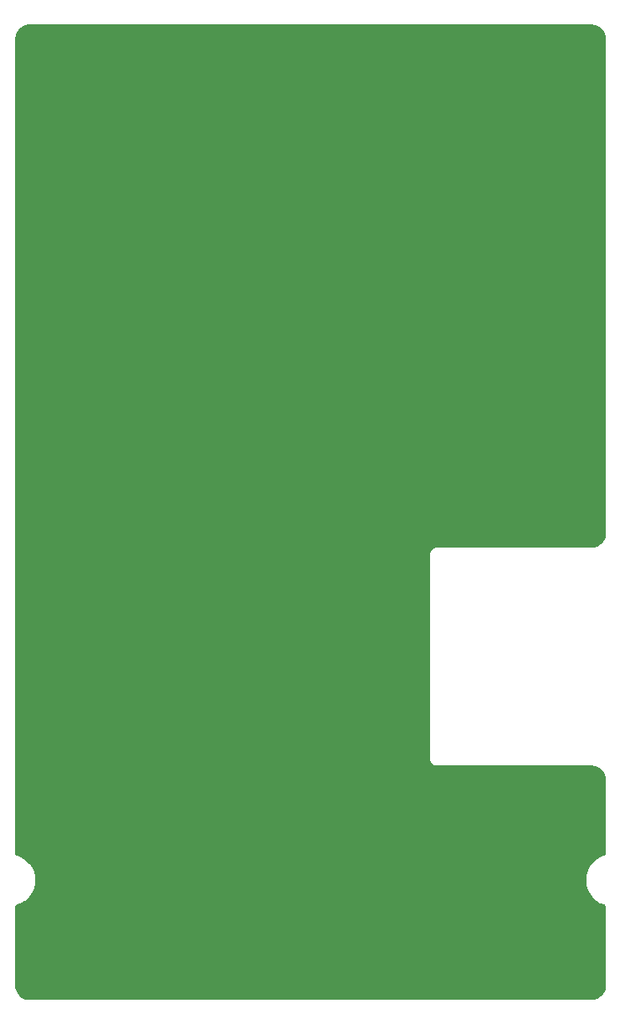
<source format=gbr>
G04 #@! TF.GenerationSoftware,KiCad,Pcbnew,(5.0.0)*
G04 #@! TF.CreationDate,2019-03-03T18:18:34-06:00*
G04 #@! TF.ProjectId,ValkyrieBoard_HalfBooster,56616C6B79726965426F6172645F4861,rev?*
G04 #@! TF.SameCoordinates,Original*
G04 #@! TF.FileFunction,Copper,L1,Top,Signal*
G04 #@! TF.FilePolarity,Positive*
%FSLAX46Y46*%
G04 Gerber Fmt 4.6, Leading zero omitted, Abs format (unit mm)*
G04 Created by KiCad (PCBNEW (5.0.0)) date 03/03/19 18:18:34*
%MOMM*%
%LPD*%
G01*
G04 APERTURE LIST*
G04 #@! TA.AperFunction,ViaPad*
%ADD10C,0.800000*%
G04 #@! TD*
G04 #@! TA.AperFunction,Conductor*
%ADD11C,0.254000*%
G04 #@! TD*
G04 APERTURE END LIST*
D10*
G04 #@! TO.N,Net-(U1-PadGND)*
X123190000Y-88900000D03*
G04 #@! TD*
D11*
G04 #@! TO.N,Net-(U1-PadGND)*
G36*
X178677009Y-17788090D02*
X179016352Y-17942381D01*
X179298752Y-18185712D01*
X179501506Y-18498523D01*
X179615348Y-18879184D01*
X179630001Y-19076363D01*
X179630000Y-69037419D01*
X179569910Y-69457009D01*
X179415619Y-69796352D01*
X179172288Y-70078752D01*
X178859479Y-70281506D01*
X178478815Y-70395348D01*
X178281649Y-70410000D01*
X162629926Y-70410000D01*
X162560000Y-70396091D01*
X162490075Y-70410000D01*
X162490074Y-70410000D01*
X162282972Y-70451195D01*
X162048119Y-70608119D01*
X161891195Y-70842972D01*
X161836091Y-71120000D01*
X161850001Y-71189931D01*
X161850000Y-91878074D01*
X161836091Y-91948000D01*
X161891195Y-92225028D01*
X162048119Y-92459881D01*
X162282972Y-92616805D01*
X162442571Y-92648551D01*
X162560000Y-92671909D01*
X162629925Y-92658000D01*
X178257419Y-92658000D01*
X178677009Y-92718090D01*
X179016352Y-92872381D01*
X179298752Y-93115712D01*
X179501506Y-93428523D01*
X179615348Y-93809184D01*
X179630001Y-94006363D01*
X179630000Y-101497281D01*
X179544491Y-101523423D01*
X179452033Y-101550460D01*
X179444159Y-101554098D01*
X178922644Y-101798948D01*
X178842075Y-101851872D01*
X178760927Y-101903768D01*
X178754390Y-101909470D01*
X178322558Y-102290851D01*
X178260096Y-102364244D01*
X178196760Y-102436847D01*
X178192087Y-102444154D01*
X177884654Y-102931407D01*
X177845298Y-103019387D01*
X177804889Y-103106840D01*
X177802457Y-103115160D01*
X177802454Y-103115166D01*
X177802453Y-103115173D01*
X177644134Y-103669118D01*
X177631056Y-103764586D01*
X177616813Y-103859890D01*
X177616813Y-103868564D01*
X177620333Y-104444687D01*
X177634588Y-104540068D01*
X177647654Y-104635455D01*
X177650088Y-104643781D01*
X177815164Y-105195758D01*
X177855591Y-105283250D01*
X177894930Y-105371194D01*
X177899603Y-105378501D01*
X178212966Y-105861961D01*
X178276328Y-105934594D01*
X178338763Y-106007955D01*
X178345296Y-106013654D01*
X178345300Y-106013658D01*
X178345305Y-106013661D01*
X178781759Y-106389734D01*
X178862942Y-106441653D01*
X178943475Y-106494554D01*
X178951346Y-106498190D01*
X178951349Y-106498192D01*
X178951352Y-106498193D01*
X179475817Y-106736653D01*
X179568309Y-106763700D01*
X179630001Y-106782561D01*
X179630000Y-114757418D01*
X179569910Y-115177009D01*
X179415619Y-115516352D01*
X179172288Y-115798752D01*
X178859479Y-116001506D01*
X178478815Y-116115348D01*
X178281649Y-116130000D01*
X121462581Y-116130000D01*
X121042991Y-116069910D01*
X120703648Y-115915619D01*
X120421248Y-115672288D01*
X120218494Y-115359479D01*
X120104652Y-114978815D01*
X120090000Y-114781649D01*
X120090000Y-106782719D01*
X120175509Y-106756577D01*
X120267967Y-106729540D01*
X120275841Y-106725902D01*
X120797356Y-106481052D01*
X120877925Y-106428128D01*
X120959073Y-106376232D01*
X120965610Y-106370530D01*
X121397442Y-105989149D01*
X121459887Y-105915776D01*
X121523240Y-105843153D01*
X121527913Y-105835846D01*
X121835346Y-105348593D01*
X121874687Y-105260645D01*
X121915111Y-105173160D01*
X121917545Y-105164835D01*
X122075866Y-104610882D01*
X122088943Y-104515421D01*
X122103187Y-104420111D01*
X122103187Y-104411436D01*
X122099667Y-103835313D01*
X122085414Y-103739943D01*
X122072346Y-103644544D01*
X122069912Y-103636219D01*
X121904836Y-103084241D01*
X121864418Y-102996769D01*
X121825071Y-102908806D01*
X121820397Y-102901499D01*
X121507034Y-102418040D01*
X121443707Y-102345447D01*
X121381237Y-102272045D01*
X121374700Y-102266343D01*
X120938241Y-101890266D01*
X120857058Y-101838347D01*
X120776525Y-101785446D01*
X120768654Y-101781810D01*
X120768651Y-101781808D01*
X120768648Y-101781807D01*
X120244183Y-101543347D01*
X120151691Y-101516300D01*
X120090000Y-101497439D01*
X120090000Y-19100581D01*
X120150090Y-18680991D01*
X120304381Y-18341648D01*
X120547712Y-18059248D01*
X120860523Y-17856494D01*
X121241184Y-17742652D01*
X121438350Y-17728000D01*
X178257419Y-17728000D01*
X178677009Y-17788090D01*
X178677009Y-17788090D01*
G37*
X178677009Y-17788090D02*
X179016352Y-17942381D01*
X179298752Y-18185712D01*
X179501506Y-18498523D01*
X179615348Y-18879184D01*
X179630001Y-19076363D01*
X179630000Y-69037419D01*
X179569910Y-69457009D01*
X179415619Y-69796352D01*
X179172288Y-70078752D01*
X178859479Y-70281506D01*
X178478815Y-70395348D01*
X178281649Y-70410000D01*
X162629926Y-70410000D01*
X162560000Y-70396091D01*
X162490075Y-70410000D01*
X162490074Y-70410000D01*
X162282972Y-70451195D01*
X162048119Y-70608119D01*
X161891195Y-70842972D01*
X161836091Y-71120000D01*
X161850001Y-71189931D01*
X161850000Y-91878074D01*
X161836091Y-91948000D01*
X161891195Y-92225028D01*
X162048119Y-92459881D01*
X162282972Y-92616805D01*
X162442571Y-92648551D01*
X162560000Y-92671909D01*
X162629925Y-92658000D01*
X178257419Y-92658000D01*
X178677009Y-92718090D01*
X179016352Y-92872381D01*
X179298752Y-93115712D01*
X179501506Y-93428523D01*
X179615348Y-93809184D01*
X179630001Y-94006363D01*
X179630000Y-101497281D01*
X179544491Y-101523423D01*
X179452033Y-101550460D01*
X179444159Y-101554098D01*
X178922644Y-101798948D01*
X178842075Y-101851872D01*
X178760927Y-101903768D01*
X178754390Y-101909470D01*
X178322558Y-102290851D01*
X178260096Y-102364244D01*
X178196760Y-102436847D01*
X178192087Y-102444154D01*
X177884654Y-102931407D01*
X177845298Y-103019387D01*
X177804889Y-103106840D01*
X177802457Y-103115160D01*
X177802454Y-103115166D01*
X177802453Y-103115173D01*
X177644134Y-103669118D01*
X177631056Y-103764586D01*
X177616813Y-103859890D01*
X177616813Y-103868564D01*
X177620333Y-104444687D01*
X177634588Y-104540068D01*
X177647654Y-104635455D01*
X177650088Y-104643781D01*
X177815164Y-105195758D01*
X177855591Y-105283250D01*
X177894930Y-105371194D01*
X177899603Y-105378501D01*
X178212966Y-105861961D01*
X178276328Y-105934594D01*
X178338763Y-106007955D01*
X178345296Y-106013654D01*
X178345300Y-106013658D01*
X178345305Y-106013661D01*
X178781759Y-106389734D01*
X178862942Y-106441653D01*
X178943475Y-106494554D01*
X178951346Y-106498190D01*
X178951349Y-106498192D01*
X178951352Y-106498193D01*
X179475817Y-106736653D01*
X179568309Y-106763700D01*
X179630001Y-106782561D01*
X179630000Y-114757418D01*
X179569910Y-115177009D01*
X179415619Y-115516352D01*
X179172288Y-115798752D01*
X178859479Y-116001506D01*
X178478815Y-116115348D01*
X178281649Y-116130000D01*
X121462581Y-116130000D01*
X121042991Y-116069910D01*
X120703648Y-115915619D01*
X120421248Y-115672288D01*
X120218494Y-115359479D01*
X120104652Y-114978815D01*
X120090000Y-114781649D01*
X120090000Y-106782719D01*
X120175509Y-106756577D01*
X120267967Y-106729540D01*
X120275841Y-106725902D01*
X120797356Y-106481052D01*
X120877925Y-106428128D01*
X120959073Y-106376232D01*
X120965610Y-106370530D01*
X121397442Y-105989149D01*
X121459887Y-105915776D01*
X121523240Y-105843153D01*
X121527913Y-105835846D01*
X121835346Y-105348593D01*
X121874687Y-105260645D01*
X121915111Y-105173160D01*
X121917545Y-105164835D01*
X122075866Y-104610882D01*
X122088943Y-104515421D01*
X122103187Y-104420111D01*
X122103187Y-104411436D01*
X122099667Y-103835313D01*
X122085414Y-103739943D01*
X122072346Y-103644544D01*
X122069912Y-103636219D01*
X121904836Y-103084241D01*
X121864418Y-102996769D01*
X121825071Y-102908806D01*
X121820397Y-102901499D01*
X121507034Y-102418040D01*
X121443707Y-102345447D01*
X121381237Y-102272045D01*
X121374700Y-102266343D01*
X120938241Y-101890266D01*
X120857058Y-101838347D01*
X120776525Y-101785446D01*
X120768654Y-101781810D01*
X120768651Y-101781808D01*
X120768648Y-101781807D01*
X120244183Y-101543347D01*
X120151691Y-101516300D01*
X120090000Y-101497439D01*
X120090000Y-19100581D01*
X120150090Y-18680991D01*
X120304381Y-18341648D01*
X120547712Y-18059248D01*
X120860523Y-17856494D01*
X121241184Y-17742652D01*
X121438350Y-17728000D01*
X178257419Y-17728000D01*
X178677009Y-17788090D01*
G04 #@! TD*
M02*

</source>
